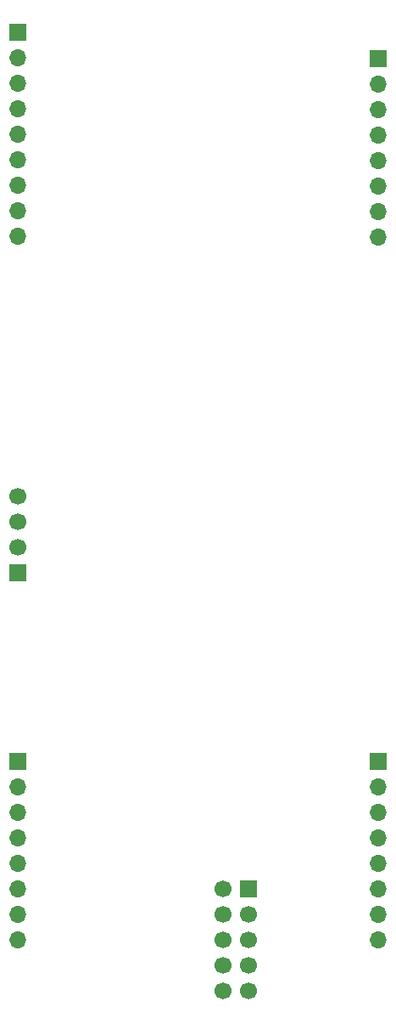
<source format=gbr>
G04 #@! TF.GenerationSoftware,KiCad,Pcbnew,(5.1.4)-1*
G04 #@! TF.CreationDate,2019-11-26T14:30:42+00:00*
G04 #@! TF.ProjectId,MidiMonger,4d696469-4d6f-46e6-9765-722e6b696361,rev?*
G04 #@! TF.SameCoordinates,Original*
G04 #@! TF.FileFunction,Soldermask,Top*
G04 #@! TF.FilePolarity,Negative*
%FSLAX46Y46*%
G04 Gerber Fmt 4.6, Leading zero omitted, Abs format (unit mm)*
G04 Created by KiCad (PCBNEW (5.1.4)-1) date 2019-11-26 14:30:42*
%MOMM*%
%LPD*%
G04 APERTURE LIST*
%ADD10O,1.700000X1.700000*%
%ADD11R,1.700000X1.700000*%
%ADD12C,1.700000*%
G04 APERTURE END LIST*
D10*
X98000000Y-67720000D03*
X98000000Y-65180000D03*
X98000000Y-62640000D03*
X98000000Y-60100000D03*
X98000000Y-57560000D03*
X98000000Y-55020000D03*
X98000000Y-52480000D03*
X98000000Y-49940000D03*
D11*
X98000000Y-47400000D03*
D12*
X98000000Y-93630000D03*
X98000000Y-96170000D03*
X98000000Y-98710000D03*
D11*
X98000000Y-101250000D03*
D10*
X134000000Y-67780000D03*
X134000000Y-65240000D03*
X134000000Y-62700000D03*
X134000000Y-60160000D03*
X134000000Y-57620000D03*
X134000000Y-55080000D03*
X134000000Y-52540000D03*
D11*
X134000000Y-50000000D03*
X98000000Y-120000000D03*
D10*
X98000000Y-122540000D03*
X98000000Y-125080000D03*
X98000000Y-127620000D03*
X98000000Y-130160000D03*
X98000000Y-132700000D03*
X98000000Y-135240000D03*
X98000000Y-137780000D03*
X134000000Y-137780000D03*
X134000000Y-135240000D03*
X134000000Y-132700000D03*
X134000000Y-130160000D03*
X134000000Y-127620000D03*
X134000000Y-125080000D03*
X134000000Y-122540000D03*
D11*
X134000000Y-120000000D03*
X121000000Y-132750000D03*
D12*
X118460000Y-132750000D03*
X121000000Y-135290000D03*
X118460000Y-135290000D03*
X121000000Y-137830000D03*
X118460000Y-137830000D03*
X121000000Y-140370000D03*
X118460000Y-140370000D03*
X121000000Y-142910000D03*
X118460000Y-142910000D03*
M02*

</source>
